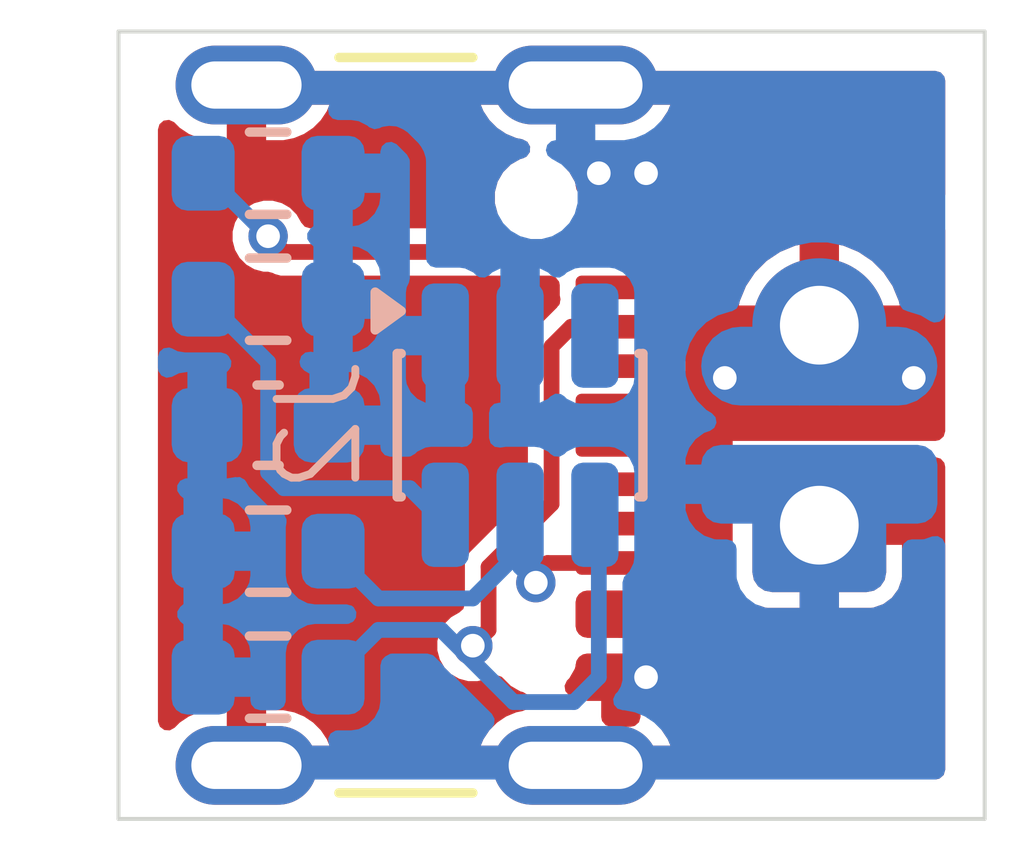
<source format=kicad_pcb>
(kicad_pcb (version 20241229) (generator "pcbnew") (generator_version "9.0")
  (layers (0 "F.Cu" signal) (2 "B.Cu" signal) (13 "F.Paste" user) (15 "B.Paste" user) (5 "F.SilkS" user "F.Silkscreen") (7 "B.SilkS" user "B.Silkscreen") (1 "F.Mask" user) (3 "B.Mask" user) (25 "Edge.Cuts" user))
  (net 0 "")
  (net 1 "VDD")
  (net 2 "GND")
  (net 3 "VBUS")
  (net 5 "CC2")
  (net 6 "CC1")
  (net 7 "Net-(U1-CFG)")
  (footprint "Connector_USB:USB_C_Receptacle_GCT_USB4105-xx-A_16P_TopMnt_Horizontal" (layer "F.Cu") (at 97.2 100 -90)
    (property "Reference" "J1" (hide yes))
    (property "Value" "USB_C_Receptacle_USB2.0_16P" (hide yes))
    (fp_line (start -4.67 -0.1) (end -4.67 -1.8) (stroke (width 0.12)) (layer "F.SilkS"))
    (fp_line (start 4.67 -0.1) (end 4.67 -1.8) (stroke (width 0.12)) (layer "F.SilkS"))
    (pad "" np_thru_hole circle (at -2.89 -2.605 270) (size 0.65 0.65) (drill 0.65) (layers "*.Cu" "*.Mask"))
    (pad "" np_thru_hole circle (at 2.89 -2.605 270) (size 0.65 0.65) (drill 0.65) (layers "*.Cu" "*.Mask"))
    (pad "A1" smd roundrect (at -3.2 -3.68 270) (size 0.6 1.15) (layers "F.Cu" "F.Mask" "F.Paste") (net 2 "GND"))
    (pad "A4" smd roundrect (at -2.4 -3.68 270) (size 0.6 1.15) (layers "F.Cu" "F.Mask" "F.Paste") (net 3 "VBUS"))
    (pad "A5" smd roundrect (at -1.25 -3.68 270) (size 0.3 1.15) (layers "F.Cu" "F.Mask" "F.Paste") (net 6 "CC1"))
    (pad "A6" smd roundrect (at -0.25 -3.68 270) (size 0.3 1.15) (layers "F.Cu" "F.Mask" "F.Paste"))
    (pad "A7" smd roundrect (at 0.25 -3.68 270) (size 0.3 1.15) (layers "F.Cu" "F.Mask" "F.Paste"))
    (pad "A8" smd roundrect (at 1.25 -3.68 270) (size 0.3 1.15) (layers "F.Cu" "F.Mask" "F.Paste"))
    (pad "A9" smd roundrect (at 2.4 -3.68 270) (size 0.6 1.15) (layers "F.Cu" "F.Mask" "F.Paste") (net 3 "VBUS"))
    (pad "A12" smd roundrect (at 3.2 -3.68 270) (size 0.6 1.15) (layers "F.Cu" "F.Mask" "F.Paste") (net 2 "GND"))
    (pad "B1" smd roundrect (at 3.2 -3.68 270) (size 0.6 1.15) (layers "F.Cu" "F.Mask" "F.Paste") (net 2 "GND"))
    (pad "B4" smd roundrect (at 2.4 -3.68 270) (size 0.6 1.15) (layers "F.Cu" "F.Mask" "F.Paste") (net 3 "VBUS"))
    (pad "B5" smd roundrect (at 1.75 -3.68 270) (size 0.3 1.15) (layers "F.Cu" "F.Mask" "F.Paste") (net 5 "CC2"))
    (pad "B6" smd roundrect (at 0.75 -3.68 270) (size 0.3 1.15) (layers "F.Cu" "F.Mask" "F.Paste"))
    (pad "B7" smd roundrect (at -0.75 -3.68 270) (size 0.3 1.15) (layers "F.Cu" "F.Mask" "F.Paste"))
    (pad "B8" smd roundrect (at -1.75 -3.68 270) (size 0.3 1.15) (layers "F.Cu" "F.Mask" "F.Paste"))
    (pad "B9" smd roundrect (at -2.4 -3.68 270) (size 0.6 1.15) (layers "F.Cu" "F.Mask" "F.Paste") (net 3 "VBUS"))
    (pad "B12" smd roundrect (at -3.2 -3.68 270) (size 0.6 1.15) (layers "F.Cu" "F.Mask" "F.Paste") (net 2 "GND"))
    (pad "S1" thru_hole oval (at -4.32 -3.105 270) (size 1 2.1) (drill oval 0.6 1.7) (property pad_prop_heatsink) (layers "*.Cu" "*.Mask" "F.Paste") (net 2 "GND"))
    (pad "S1" thru_hole oval (at -4.32 1.075 270) (size 1 1.8) (drill oval 0.6 1.4) (property pad_prop_heatsink) (layers "*.Cu" "*.Mask" "F.Paste") (net 2 "GND"))
    (pad "S1" thru_hole oval (at 4.32 -3.105 270) (size 1 2.1) (drill oval 0.6 1.7) (property pad_prop_heatsink) (layers "*.Cu" "*.Mask" "F.Paste") (net 2 "GND"))
    (pad "S1" thru_hole oval (at 4.32 1.075 270) (size 1 1.8) (drill oval 0.6 1.4) (property pad_prop_heatsink) (layers "*.Cu" "*.Mask" "F.Paste") (net 2 "GND"))
  )
  (footprint "Package_TO_SOT_SMD:SOT-23-6" (layer "B.Cu") (at 99.6 100 -90)
    (property "Reference" "U1" (hide yes))
    (property "Value" "CH221K" (hide yes))
    (fp_line (start -0.91 1.56) (end 0.91 1.56) (stroke (width 0.12)) (layer "B.SilkS"))
    (fp_line (start 0.91 1.56) (end 0.91 1.51) (stroke (width 0.12)) (layer "B.SilkS"))
    (fp_line (start -0.91 1.51) (end -0.91 1.56) (stroke (width 0.12)) (layer "B.SilkS"))
    (fp_line (start 0.91 -1.51) (end 0.91 -1.56) (stroke (width 0.12)) (layer "B.SilkS"))
    (fp_line (start -0.91 -1.56) (end -0.91 -1.51) (stroke (width 0.12)) (layer "B.SilkS"))
    (fp_line (start 0.91 -1.56) (end -0.91 -1.56) (stroke (width 0.12)) (layer "B.SilkS"))
    (fp_poly (pts (xy -1.45 1.51) (xy -1.69 1.84) (xy -1.21 1.84)) (stroke (width 0.12)) (fill yes) (layer "B.SilkS"))
    (pad "1" smd roundrect (at -1.1375 0.95 270) (size 1.325 0.6) (layers "B.Cu" "B.Mask" "B.Paste") (net 1 "VDD"))
    (pad "2" smd roundrect (at -1.1375 0 270) (size 1.325 0.6) (layers "B.Cu" "B.Mask" "B.Paste") (net 2 "GND"))
    (pad "3" smd roundrect (at -1.1375 -0.95 270) (size 1.325 0.6) (layers "B.Cu" "B.Mask" "B.Paste"))
    (pad "4" smd roundrect (at 1.1375 -0.95 270) (size 1.325 0.6) (layers "B.Cu" "B.Mask" "B.Paste") (net 6 "CC1"))
    (pad "5" smd roundrect (at 1.1375 0 270) (size 1.325 0.6) (layers "B.Cu" "B.Mask" "B.Paste") (net 5 "CC2"))
    (pad "6" smd roundrect (at 1.1375 0.95 270) (size 1.325 0.6) (layers "B.Cu" "B.Mask" "B.Paste") (net 7 "Net-(U1-CFG)"))
  )
  (footprint "Resistor_SMD:R_0603_1608Metric" (layer "B.Cu") (at 96.4 96.8)
    (property "Reference" "R1" (hide yes))
    (property "Value" "1k" (hide yes))
    (fp_line (start -0.237258 -0.5225) (end 0.237258 -0.5225) (stroke (width 0.12)) (layer "B.SilkS"))
    (fp_line (start -0.237258 0.5225) (end 0.237258 0.5225) (stroke (width 0.12)) (layer "B.SilkS"))
    (pad "1" smd roundrect (at -0.825 0) (size 0.8 0.95) (layers "B.Cu" "B.Mask" "B.Paste") (net 3 "VBUS"))
    (pad "2" smd roundrect (at 0.825 0) (size 0.8 0.95) (layers "B.Cu" "B.Mask" "B.Paste") (net 1 "VDD"))
  )
  (footprint "Resistor_SMD:R_0603_1608Metric" (layer "B.Cu") (at 96.4 101.6 180)
    (property "Reference" "R3" (hide yes))
    (property "Value" "4.7k" (hide yes))
    (fp_line (start -0.237258 0.5225) (end 0.237258 0.5225) (stroke (width 0.12)) (layer "B.SilkS"))
    (fp_line (start -0.237258 -0.5225) (end 0.237258 -0.5225) (stroke (width 0.12)) (layer "B.SilkS"))
    (pad "1" smd roundrect (at -0.825 0 180) (size 0.8 0.95) (layers "B.Cu" "B.Mask" "B.Paste") (net 5 "CC2"))
    (pad "2" smd roundrect (at 0.825 0 180) (size 0.8 0.95) (layers "B.Cu" "B.Mask" "B.Paste") (net 2 "GND"))
  )
  (footprint "Resistor_SMD:R_0603_1608Metric" (layer "B.Cu") (at 96.4 98.4 180)
    (property "Reference" "R4" (hide yes))
    (property "Value" "R" (hide yes))
    (fp_line (start -0.237258 0.5225) (end 0.237258 0.5225) (stroke (width 0.12)) (layer "B.SilkS"))
    (fp_line (start -0.237258 -0.5225) (end 0.237258 -0.5225) (stroke (width 0.12)) (layer "B.SilkS"))
    (pad "1" smd roundrect (at -0.825 0 180) (size 0.8 0.95) (layers "B.Cu" "B.Mask" "B.Paste") (net 1 "VDD"))
    (pad "2" smd roundrect (at 0.825 0 180) (size 0.8 0.95) (layers "B.Cu" "B.Mask" "B.Paste") (net 7 "Net-(U1-CFG)"))
  )
  (footprint "Capacitor_SMD:C_0603_1608Metric" (layer "B.Cu") (at 96.4 100 180)
    (property "Reference" "C1" (hide yes))
    (property "Value" "1u" (hide yes))
    (fp_line (start -0.14058 0.51) (end 0.14058 0.51) (stroke (width 0.12)) (layer "B.SilkS"))
    (fp_line (start -0.14058 -0.51) (end 0.14058 -0.51) (stroke (width 0.12)) (layer "B.SilkS"))
    (pad "1" smd roundrect (at -0.775 0 180) (size 0.9 0.95) (layers "B.Cu" "B.Mask" "B.Paste") (net 1 "VDD"))
    (pad "2" smd roundrect (at 0.775 0 180) (size 0.9 0.95) (layers "B.Cu" "B.Mask" "B.Paste") (net 2 "GND"))
  )
  (footprint "Resistor_SMD:R_0603_1608Metric" (layer "B.Cu") (at 96.4 103.2 180)
    (property "Reference" "R2" (hide yes))
    (property "Value" "4.7k" (hide yes))
    (fp_line (start -0.237258 0.5225) (end 0.237258 0.5225) (stroke (width 0.12)) (layer "B.SilkS"))
    (fp_line (start -0.237258 -0.5225) (end 0.237258 -0.5225) (stroke (width 0.12)) (layer "B.SilkS"))
    (pad "1" smd roundrect (at -0.825 0 180) (size 0.8 0.95) (layers "B.Cu" "B.Mask" "B.Paste") (net 6 "CC1"))
    (pad "2" smd roundrect (at 0.825 0 180) (size 0.8 0.95) (layers "B.Cu" "B.Mask" "B.Paste") (net 2 "GND"))
  )
  (footprint "Library:SolderPad_2P" (layer "B.Cu") (at 103.4 100)
    (property "Reference" "J2" (at -6.35 0 90) (layer "B.SilkS") (effects (font (thickness 0.1)) (justify mirror)))
    (property "Value" "Conn_01x02_Pin" (hide yes))
    (pad "1" smd roundrect (at 0 0.75) (size 3 1) (layers "B.Cu" "B.Mask" "B.Paste") (net 2 "GND"))
    (pad "1" thru_hole roundrect (at 0 1.27) (size 1.7 1.7) (drill 1) (layers "*.Cu" "*.Mask") (roundrect_rratio 0.1470588235) (net 2 "GND"))
    (pad "2" thru_hole circle (at 0 -1.27) (size 1.7 1.7) (drill 1) (layers "*.Cu" "*.Mask") (net 3 "VBUS"))
    (pad "2" smd roundrect (at 0 -0.75) (size 3 1) (layers "B.Cu" "B.Mask" "B.Paste") (roundrect_rratio 0.5) (net 3 "VBUS"))
  )
  (gr_line (start 94.5 95) (end 94.5 105) (stroke (width 0.05)) (layer "Edge.Cuts"))
  (gr_line (start 105.5 95) (end 94.5 95) (stroke (width 0.05)) (layer "Edge.Cuts"))
  (gr_line (start 94.5 105) (end 105.5 105) (stroke (width 0.05)) (layer "Edge.Cuts"))
  (gr_line (start 105.5 105) (end 105.5 95) (stroke (width 0.05)) (layer "Edge.Cuts"))
  (via (at 101.2 96.8) (size 0.5) (drill 0.3) (layers "F.Cu" "B.Cu") (net 2))
  (via (at 100.6 96.8) (size 0.5) (drill 0.3) (layers "F.Cu" "B.Cu") (net 2))
  (via (at 101.2 103.2) (size 0.5) (drill 0.3) (layers "F.Cu" "B.Cu") (net 2))
  (segment (start 100.4 97.6) (end 100.88 97.6) (width 0.2) (layer "F.Cu") (net 3))
  (segment (start 100.2 97.8) (end 100.4 97.6) (width 0.2) (layer "F.Cu") (net 3))
  (segment (start 101.8 97.6) (end 102 97.8) (width 0.6) (layer "F.Cu") (net 3))
  (segment (start 102 102.2) (end 101.8 102.4) (width 0.6) (layer "F.Cu") (net 3))
  (segment (start 96.4 97.6) (end 96.6 97.8) (width 0.2) (layer "F.Cu") (net 3))
  (segment (start 100.88 97.6) (end 101.8 97.6) (width 0.6) (layer "F.Cu") (net 3))
  (segment (start 102 97.8) (end 102 102.2) (width 0.6) (layer "F.Cu") (net 3))
  (segment (start 101.8 102.4) (end 100.88 102.4) (width 0.6) (layer "F.Cu") (net 3))
  (segment (start 96.6 97.8) (end 100.2 97.8) (width 0.2) (layer "F.Cu") (net 3))
  (via (at 104.6 99.4) (size 0.5) (drill 0.3) (layers "F.Cu" "B.Cu") (net 3))
  (via (at 96.4 97.6) (size 0.5) (drill 0.3) (layers "F.Cu" "B.Cu") (net 3))
  (via (at 102.2 99.4) (size 0.5) (drill 0.3) (layers "F.Cu" "B.Cu") (net 3))
  (segment (start 95.6 96.8) (end 95.575 96.8) (width 0.2) (layer "B.Cu") (net 3))
  (segment (start 96.4 97.6) (end 95.6 96.8) (width 0.2) (layer "B.Cu") (net 3))
  (segment (start 99.95 101.75) (end 100.88 101.75) (width 0.2) (layer "F.Cu") (net 5))
  (segment (start 99.8 102) (end 99.8 101.9) (width 0.2) (layer "F.Cu") (net 5))
  (segment (start 99.8 101.9) (end 99.95 101.75) (width 0.2) (layer "F.Cu") (net 5))
  (via (at 99.8 102) (size 0.5) (drill 0.3) (layers "F.Cu" "B.Cu") (net 5))
  (segment (start 99.8 102) (end 99.6 101.8) (width 0.2) (layer "B.Cu") (net 5))
  (segment (start 97.225 101.625) (end 97.8 102.2) (width 0.2) (layer "B.Cu") (net 5))
  (segment (start 99.6 101.8) (end 99.6 101.6) (width 0.2) (layer "B.Cu") (net 5))
  (segment (start 97.8 102.2) (end 99 102.2) (width 0.2) (layer "B.Cu") (net 5))
  (segment (start 99 102.2) (end 99.6 101.6) (width 0.2) (layer "B.Cu") (net 5))
  (segment (start 99.6 101.6) (end 99.6 101.1375) (width 0.2) (layer "B.Cu") (net 5))
  (segment (start 97.225 101.6) (end 97.225 101.625) (width 0.2) (layer "B.Cu") (net 5))
  (segment (start 99.2 101.8) (end 100 101) (width 0.2) (layer "F.Cu") (net 6))
  (segment (start 99 102.8) (end 99.2 102.6) (width 0.2) (layer "F.Cu") (net 6))
  (segment (start 100 99) (end 100.25 98.75) (width 0.2) (layer "F.Cu") (net 6))
  (segment (start 99.2 102.6) (end 99.2 101.8) (width 0.2) (layer "F.Cu") (net 6))
  (segment (start 100.25 98.75) (end 100.88 98.75) (width 0.2) (layer "F.Cu") (net 6))
  (segment (start 100 101) (end 100 99) (width 0.2) (layer "F.Cu") (net 6))
  (via (at 99 102.8) (size 0.5) (drill 0.3) (layers "F.Cu" "B.Cu") (net 6))
  (segment (start 98.6 102.6) (end 99.516 103.516) (width 0.2) (layer "B.Cu") (net 6))
  (segment (start 99.516 103.516) (end 100.284 103.516) (width 0.2) (layer "B.Cu") (net 6))
  (segment (start 100.6 101.1875) (end 100.55 101.1375) (width 0.2) (layer "B.Cu") (net 6))
  (segment (start 97.225 103.175) (end 97.8 102.6) (width 0.2) (layer "B.Cu") (net 6))
  (segment (start 97.8 102.6) (end 98.6 102.6) (width 0.2) (layer "B.Cu") (net 6))
  (segment (start 100.284 103.516) (end 100.6 103.2) (width 0.2) (layer "B.Cu") (net 6))
  (segment (start 97.225 103.2) (end 97.225 103.175) (width 0.2) (layer "B.Cu") (net 6))
  (segment (start 100.6 103.2) (end 100.6 101.1875) (width 0.2) (layer "B.Cu") (net 6))
  (segment (start 96.4 100.6) (end 96.6 100.8) (width 0.2) (layer "B.Cu") (net 7))
  (segment (start 98.2 100.8) (end 98.5375 101.1375) (width 0.2) (layer "B.Cu") (net 7))
  (segment (start 98.5375 101.1375) (end 98.65 101.1375) (width 0.2) (layer "B.Cu") (net 7))
  (segment (start 95.575 98.4) (end 95.6 98.4) (width 0.2) (layer "B.Cu") (net 7))
  (segment (start 95.6 98.4) (end 96.4 99.2) (width 0.2) (layer "B.Cu") (net 7))
  (segment (start 96.6 100.8) (end 98.2 100.8) (width 0.2) (layer "B.Cu") (net 7))
  (segment (start 96.4 99.2) (end 96.4 100.6) (width 0.2) (layer "B.Cu") (net 7))
  (zone (net 3) (net_name "VBUS") (layer "F.Cu") (priority 2) (connect_pads (clearance 0.2)) (min_thickness 0.25) (fill yes (thermal_gap 0.2) (thermal_bridge_width 0.5))
    (polygon (pts (xy 102 100.2) (xy 105.8 100.2) (xy 105.8 97.4) (xy 102 97.4)))
  )
  (zone (net 2) (net_name "GND") (layers "F.Cu" "B.Cu") (connect_pads (clearance 0.2)) (min_thickness 0.25) (fill yes (thermal_gap 0.2) (thermal_bridge_width 0.5))
    (polygon (pts (xy 94 94.6) (xy 106 94.6) (xy 106 105.4) (xy 94 105.4)))
  )
  (zone (net 1) (net_name "VDD") (layer "B.Cu") (priority 1) (connect_pads (clearance 0.2)) (min_thickness 0.25) (fill yes (thermal_gap 0.2) (thermal_bridge_width 0.5))
    (polygon (pts (xy 96.8 97.2) (xy 97.6 96.4) (xy 98 96.4) (xy 98.2 96.6) (xy 98.2 98.4) (xy 99 98.4) (xy 99 100.4) (xy 97.6 100.4) (xy 96.8 99.6)))
  )
)
</source>
